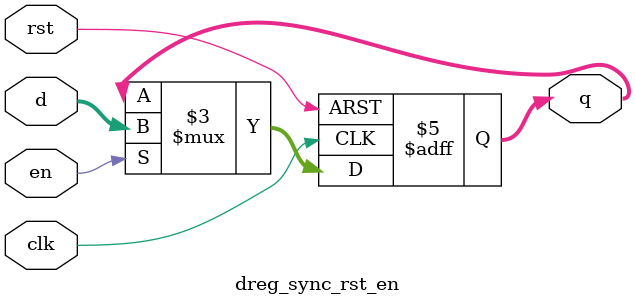
<source format=v>
`timescale 1ns / 1ps


module dreg_sync_rst_en # (parameter WIDTH = 32) (
        input  wire             clk,
        input  wire             rst,
        input  wire             en,
        input  wire [WIDTH-1:0] d,
        output reg  [WIDTH-1:0] q
    );

    always @ (posedge clk, posedge rst) begin
        if      (rst)   q <= 0;
        else if (en)    q <= d;
        else            q <= q;
    end
endmodule

</source>
